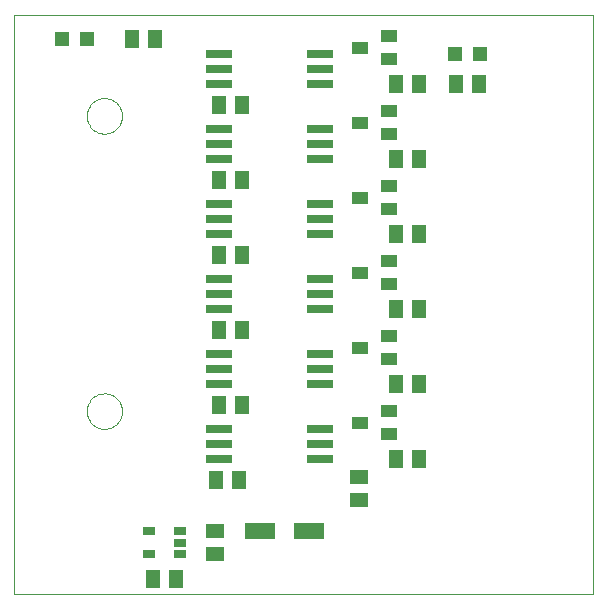
<source format=gtp>
G75*
%MOIN*%
%OFA0B0*%
%FSLAX24Y24*%
%IPPOS*%
%LPD*%
%AMOC8*
5,1,8,0,0,1.08239X$1,22.5*
%
%ADD10C,0.0000*%
%ADD11R,0.0512X0.0591*%
%ADD12R,0.0472X0.0472*%
%ADD13R,0.0551X0.0394*%
%ADD14R,0.0850X0.0300*%
%ADD15R,0.0591X0.0512*%
%ADD16R,0.1024X0.0551*%
%ADD17R,0.0390X0.0272*%
D10*
X004062Y003000D02*
X004062Y022292D01*
X023353Y022292D01*
X023353Y003000D01*
X004062Y003000D01*
X006471Y009079D02*
X006473Y009127D01*
X006479Y009175D01*
X006489Y009222D01*
X006502Y009268D01*
X006520Y009313D01*
X006540Y009357D01*
X006565Y009399D01*
X006593Y009438D01*
X006623Y009475D01*
X006657Y009509D01*
X006694Y009541D01*
X006732Y009570D01*
X006773Y009595D01*
X006816Y009617D01*
X006861Y009635D01*
X006907Y009649D01*
X006954Y009660D01*
X007002Y009667D01*
X007050Y009670D01*
X007098Y009669D01*
X007146Y009664D01*
X007194Y009655D01*
X007240Y009643D01*
X007285Y009626D01*
X007329Y009606D01*
X007371Y009583D01*
X007411Y009556D01*
X007449Y009526D01*
X007484Y009493D01*
X007516Y009457D01*
X007546Y009419D01*
X007572Y009378D01*
X007594Y009335D01*
X007614Y009291D01*
X007629Y009246D01*
X007641Y009199D01*
X007649Y009151D01*
X007653Y009103D01*
X007653Y009055D01*
X007649Y009007D01*
X007641Y008959D01*
X007629Y008912D01*
X007614Y008867D01*
X007594Y008823D01*
X007572Y008780D01*
X007546Y008739D01*
X007516Y008701D01*
X007484Y008665D01*
X007449Y008632D01*
X007411Y008602D01*
X007371Y008575D01*
X007329Y008552D01*
X007285Y008532D01*
X007240Y008515D01*
X007194Y008503D01*
X007146Y008494D01*
X007098Y008489D01*
X007050Y008488D01*
X007002Y008491D01*
X006954Y008498D01*
X006907Y008509D01*
X006861Y008523D01*
X006816Y008541D01*
X006773Y008563D01*
X006732Y008588D01*
X006694Y008617D01*
X006657Y008649D01*
X006623Y008683D01*
X006593Y008720D01*
X006565Y008759D01*
X006540Y008801D01*
X006520Y008845D01*
X006502Y008890D01*
X006489Y008936D01*
X006479Y008983D01*
X006473Y009031D01*
X006471Y009079D01*
X006471Y018921D02*
X006473Y018969D01*
X006479Y019017D01*
X006489Y019064D01*
X006502Y019110D01*
X006520Y019155D01*
X006540Y019199D01*
X006565Y019241D01*
X006593Y019280D01*
X006623Y019317D01*
X006657Y019351D01*
X006694Y019383D01*
X006732Y019412D01*
X006773Y019437D01*
X006816Y019459D01*
X006861Y019477D01*
X006907Y019491D01*
X006954Y019502D01*
X007002Y019509D01*
X007050Y019512D01*
X007098Y019511D01*
X007146Y019506D01*
X007194Y019497D01*
X007240Y019485D01*
X007285Y019468D01*
X007329Y019448D01*
X007371Y019425D01*
X007411Y019398D01*
X007449Y019368D01*
X007484Y019335D01*
X007516Y019299D01*
X007546Y019261D01*
X007572Y019220D01*
X007594Y019177D01*
X007614Y019133D01*
X007629Y019088D01*
X007641Y019041D01*
X007649Y018993D01*
X007653Y018945D01*
X007653Y018897D01*
X007649Y018849D01*
X007641Y018801D01*
X007629Y018754D01*
X007614Y018709D01*
X007594Y018665D01*
X007572Y018622D01*
X007546Y018581D01*
X007516Y018543D01*
X007484Y018507D01*
X007449Y018474D01*
X007411Y018444D01*
X007371Y018417D01*
X007329Y018394D01*
X007285Y018374D01*
X007240Y018357D01*
X007194Y018345D01*
X007146Y018336D01*
X007098Y018331D01*
X007050Y018330D01*
X007002Y018333D01*
X006954Y018340D01*
X006907Y018351D01*
X006861Y018365D01*
X006816Y018383D01*
X006773Y018405D01*
X006732Y018430D01*
X006694Y018459D01*
X006657Y018491D01*
X006623Y018525D01*
X006593Y018562D01*
X006565Y018601D01*
X006540Y018643D01*
X006520Y018687D01*
X006502Y018732D01*
X006489Y018778D01*
X006479Y018825D01*
X006473Y018873D01*
X006471Y018921D01*
D11*
X007988Y021500D03*
X008736Y021500D03*
X010888Y019300D03*
X011636Y019300D03*
X011636Y016800D03*
X010888Y016800D03*
X010888Y014300D03*
X011636Y014300D03*
X011636Y011800D03*
X010888Y011800D03*
X010888Y009300D03*
X011636Y009300D03*
X011536Y006800D03*
X010788Y006800D03*
X009436Y003500D03*
X008688Y003500D03*
X016788Y007500D03*
X017536Y007500D03*
X017536Y010000D03*
X016788Y010000D03*
X016788Y012500D03*
X017536Y012500D03*
X017536Y015000D03*
X016788Y015000D03*
X016788Y017500D03*
X017536Y017500D03*
X017536Y020000D03*
X016788Y020000D03*
X018788Y020000D03*
X019536Y020000D03*
D12*
X019575Y021000D03*
X018749Y021000D03*
X006475Y021500D03*
X005649Y021500D03*
D13*
X015589Y021200D03*
X016534Y020826D03*
X016534Y021574D03*
X016534Y019074D03*
X016534Y018326D03*
X015589Y018700D03*
X016534Y016574D03*
X016534Y015826D03*
X015589Y016200D03*
X016534Y014074D03*
X016534Y013326D03*
X015589Y013700D03*
X016534Y011574D03*
X016534Y010826D03*
X015589Y011200D03*
X016534Y009074D03*
X016534Y008326D03*
X015589Y008700D03*
D14*
X014242Y008500D03*
X014242Y008000D03*
X014242Y007500D03*
X014242Y010000D03*
X014242Y010500D03*
X014242Y011000D03*
X014242Y012500D03*
X014242Y013000D03*
X014242Y013500D03*
X014242Y015000D03*
X014242Y015500D03*
X014242Y016000D03*
X014242Y017500D03*
X014242Y018000D03*
X014242Y018500D03*
X014242Y020000D03*
X014242Y020500D03*
X014242Y021000D03*
X010882Y021000D03*
X010882Y020500D03*
X010882Y020000D03*
X010882Y018500D03*
X010882Y018000D03*
X010882Y017500D03*
X010882Y016000D03*
X010882Y015500D03*
X010882Y015000D03*
X010882Y013500D03*
X010882Y013000D03*
X010882Y012500D03*
X010882Y011000D03*
X010882Y010500D03*
X010882Y010000D03*
X010882Y008500D03*
X010882Y008000D03*
X010882Y007500D03*
D15*
X010762Y005074D03*
X010762Y004326D03*
X015562Y006126D03*
X015562Y006874D03*
D16*
X013869Y005100D03*
X012255Y005100D03*
D17*
X009570Y005074D03*
X009570Y004700D03*
X009570Y004326D03*
X008550Y004326D03*
X008550Y005074D03*
M02*

</source>
